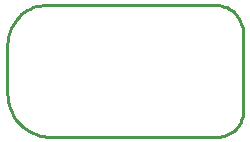
<source format=gbr>
G04 EAGLE Gerber RS-274X export*
G75*
%MOMM*%
%FSLAX34Y34*%
%LPD*%
%IN*%
%IPPOS*%
%AMOC8*
5,1,8,0,0,1.08239X$1,22.5*%
G01*
%ADD10C,0.254000*%


D10*
X133350Y233426D02*
X133490Y230216D01*
X133910Y227031D01*
X134605Y223894D01*
X135571Y220829D01*
X136801Y217861D01*
X138284Y215011D01*
X140011Y212301D01*
X141967Y209752D01*
X144137Y207383D01*
X146506Y205213D01*
X149055Y203257D01*
X151765Y201530D01*
X154615Y200047D01*
X157583Y198817D01*
X160648Y197851D01*
X163785Y197156D01*
X166970Y196736D01*
X170180Y196596D01*
X311150Y196850D01*
X313032Y196932D01*
X314899Y197178D01*
X316738Y197586D01*
X318534Y198152D01*
X320274Y198873D01*
X321945Y199743D01*
X323534Y200755D01*
X325028Y201901D01*
X326416Y203174D01*
X327689Y204562D01*
X328836Y206057D01*
X329848Y207645D01*
X330717Y209316D01*
X331438Y211056D01*
X332004Y212852D01*
X332412Y214691D01*
X332658Y216558D01*
X332740Y218440D01*
X332740Y284480D01*
X332648Y286583D01*
X332373Y288670D01*
X331918Y290725D01*
X331285Y292733D01*
X330479Y294678D01*
X329507Y296545D01*
X328376Y298320D01*
X327095Y299990D01*
X325673Y301543D01*
X324120Y302965D01*
X322450Y304246D01*
X320675Y305377D01*
X318808Y306349D01*
X316863Y307155D01*
X314855Y307788D01*
X312800Y308243D01*
X310713Y308518D01*
X308610Y308610D01*
X166370Y308356D01*
X163492Y308230D01*
X160636Y307854D01*
X157824Y307231D01*
X155077Y306365D01*
X152415Y305262D01*
X149860Y303932D01*
X147431Y302384D01*
X145145Y300631D01*
X143021Y298685D01*
X141075Y296561D01*
X139322Y294276D01*
X137774Y291846D01*
X136444Y289291D01*
X135341Y286630D01*
X134475Y283882D01*
X133852Y281070D01*
X133476Y278214D01*
X133350Y275336D01*
X133350Y233426D01*
M02*

</source>
